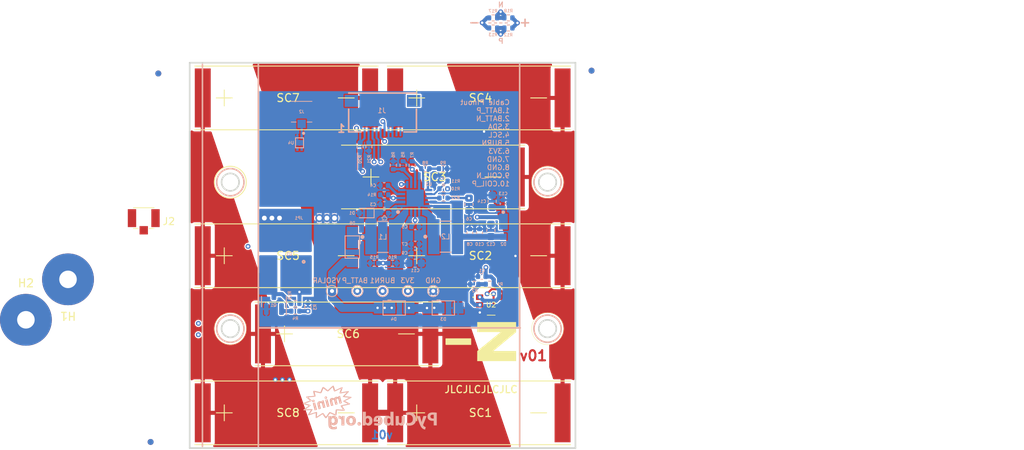
<source format=kicad_pcb>
(kicad_pcb (version 20211014) (generator pcbnew)
  (layers (0 "F.Cu" signal "Top") (1 "In1.Cu" signal) (2 "In2.Cu" signal) (3 "In3.Cu" signal) (4 "In4.Cu" signal) (31 "B.Cu" signal "Bottom") (34 "B.Paste" user) (35 "F.Paste" user) (36 "B.SilkS" user "B.Silkscreen") (37 "F.SilkS" user "F.Silkscreen") (38 "B.Mask" user) (39 "F.Mask" user) (44 "Edge.Cuts" user))
  (net 0 "")
  (net 1 "VSOLAR_FULL")
  (net 2 "+3V3")
  (net 3 "GND")
  (net 4 "SDA1")
  (net 5 "SCL1")
  (net 6 "BURN1")
  (net 7 "BATT_P")
  (net 8 "BATT_N")
  (net 9 "COIL_N")
  (net 10 "/VBAT")
  (net 11 "Net-(L1-Pad2)")
  (net 12 "VOUT_EN")
  (net 13 "VSOLAR")
  (net 14 "VBAT_OK")
  (net 15 "COIL_P")
  (net 16 "Net-(C4-Pad1)")
  (net 17 "Net-(C10-Pad1)")
  (net 18 "Net-(C11-Pad1)")
  (net 19 "Net-(L2-Pad1)")
  (net 20 "Net-(R10-Pad2)")
  (net 21 "Net-(R5-Pad1)")
  (net 22 "Net-(R7-Pad1)")
  (net 23 "Net-(R8-Pad1)")
  (net 24 "Net-(R10-Pad1)")
  (net 25 "Net-(R14-Pad1)")
  (net 26 "/coil")
  (net 27 "Net-(D3-Pad1)")
  (net 28 "Net-(R1-Pad1)")
  (net 30 "/VBURN")
  (net 31 "Net-(Q1-Pad1)")
  (net 32 "Net-(Q1-Pad3)")
  (net 33 "Net-(H1-Pad1)")
  (net 34 "Net-(H2-Pad1)")
  (net 35 "Net-(J2-Pad3)")
  (footprint "SolarCellParts:KXOB25-05X3F" (layer "F.Cu") (at 104.70051 84.429299)
    (fp_text reference "SC1")
    (fp_text value "SolarCell")
  )
  (footprint "SolarCellParts:KXOB25-05X3F" (layer "F.Cu") (at 104.70051 64.7001)
    (fp_text reference "SC2")
    (fp_text value "SolarCell")
  )
  (footprint "SolarCellParts:KXOB25-05X3F" (layer "F.Cu") (at 98.96011 54.8085)
    (fp_text reference "SC3")
    (fp_text value "SolarCell")
  )
  (footprint "SolarCellParts:KXOB25-05X3F" (layer "F.Cu") (at 104.70051 44.879296)
    (fp_text reference "SC4")
    (fp_text value "SolarCell")
  )
  (footprint "SolarCellParts:KXOB25-05X3F" (layer "F.Cu") (at 80.558511 64.7001)
    (fp_text reference "SC5")
    (fp_text value "SolarCell")
  )
  (footprint "SolarCellParts:KXOB25-05X3F" (layer "F.Cu") (at 88.11431 74.5155)
    (fp_text reference "SC6")
    (fp_text value "SolarCell")
  )
  (footprint "SolarCellParts:KXOB25-05X3F" (layer "F.Cu") (at 80.558504 44.879296)
    (fp_text reference "SC7")
    (fp_text value "SolarCell")
  )
  (footprint "SolarCellParts:KXOB25-05X3F" (layer "F.Cu") (at 80.558511 84.429299)
    (fp_text reference "SC8")
    (fp_text value "SolarCell")
  )
  (footprint "Fiducial:Fiducial_0.75mm_Mask1.5mm" (layer "F.Cu") (at 74.9808 41.8084)
    (fp_text reference "REF**" hide)
    (fp_text value "Fiducial_0.75mm_Mask1.5mm")
  )
  (footprint "Fiducial:Fiducial_0.75mm_Mask1.5mm" (layer "F.Cu") (at 74.0156 88.0872)
    (fp_text reference "REF**" hide)
    (fp_text value "Fiducial_0.75mm_Mask1.5mm")
  )
  (footprint "Fiducial:Fiducial_0.75mm_Mask1.5mm" (layer "F.Cu") (at 129.3368 41.4528)
    (fp_text reference "REF**" hide)
    (fp_text value "Fiducial_0.75mm_Mask1.5mm")
  )
  (footprint "misc-circuits:Antenna Pad" (layer "F.Cu") (at 58.3692 72.7456)
    (fp_text reference "H2")
    (fp_text value "MountingHole_Pad")
  )
  (footprint "custom-footprints:ypanel" (layer "F.Cu") (at 116.775111 75.235258)
    (fp_text reference "Ref**" hide)
    (fp_text value "Val**" hide)
  )
  (footprint "misc-circuits:Antenna Pad" (layer "F.Cu") (at 63.6524 67.6656 180)
    (fp_text reference "H1")
    (fp_text value "MountingHole_Pad")
  )
  (footprint "SolarCellParts:Burn-Wire-Rotated" (layer "F.Cu") (at 90.1846 59.9694)
    (fp_text reference "JP1")
    (fp_text value "Jumper")
  )
  (footprint "misc-circuits:TSL2561" (layer "F.Cu") (at 116.74011 70.8596)
    (fp_text reference "U2")
    (fp_text value "Value" hide)
  )
  (footprint "misc-circuits:U.FL-R-SMT-1" (layer "F.Cu") (at 73.1536 59.9744)
    (fp_text reference "J2")
    (fp_text value "U.FL-R-SMT-1" hide)
  )
  (footprint "Resistor_SMD:R_0402_1005Metric" (layer "B.Cu") (at 106.83411 53.338102 -90)
    (fp_text reference "R7")
    (fp_text value "374K")
  )
  (footprint "Capacitor_SMD:C_0402_1005Metric" (layer "B.Cu") (at 114.06511 61.821702 90)
    (fp_text reference "C8")
    (fp_text value "4.7uF")
  )
  (footprint "Resistor_SMD:R_0402_1005Metric" (layer "B.Cu") (at 104.36231 65.636702 180)
    (fp_text reference "R16")
    (fp_text value "0")
  )
  (footprint "Resistor_SMD:R_0402_1005Metric" (layer "B.Cu") (at 103.32581 57.046502 180)
    (fp_text reference "R14")
    (fp_text value "0")
  )
  (footprint "Resistor_SMD:R_0402_1005Metric" (layer "B.Cu") (at 108.47711 53.762202 180)
    (fp_text reference "R8")
    (fp_text value "8.25M")
  )
  (footprint "Resistor_SMD:R_0402_1005Metric" (layer "B.Cu") (at 110.76311 56.284502)
    (fp_text reference "R10")
    (fp_text value "8.25M")
  )
  (footprint "Capacitor_SMD:C_0402_1005Metric" (layer "B.Cu") (at 118.23871 58.1723 90)
    (fp_text reference "C13")
    (fp_text value "0.1uF")
  )
  (footprint "Resistor_SMD:R_0402_1005Metric" (layer "B.Cu") (at 104.46391 53.338102 -90)
    (fp_text reference "R6")
    (fp_text value "5.62M")
  )
  (footprint "Resistor_SMD:R_0402_1005Metric" (layer "B.Cu") (at 105.69111 53.338102 90)
    (fp_text reference "R5")
    (fp_text value "7.32M")
  )
  (footprint "Resistor_SMD:R_0402_1005Metric" (layer "B.Cu") (at 110.71231 53.762202 180)
    (fp_text reference "R9")
    (fp_text value "4.53M")
  )
  (footprint "Resistor_SMD:R_0402_1005Metric" (layer "B.Cu") (at 110.76311 55.319302)
    (fp_text reference "R11")
    (fp_text value "4.75M")
  )
  (footprint "Capacitor_SMD:C_0603_1608Metric" (layer "B.Cu") (at 116.70671 61.516902 90)
    (fp_text reference "C12")
    (fp_text value "100uF")
  )
  (footprint "Diode_SMD:D_SOD-523" (layer "B.Cu") (at 100.90791 59.332502 180)
    (fp_text reference "D1")
    (fp_text value "SDM20U40-7")
  )
  (footprint "Capacitor_SMD:C_0603_1608Metric" (layer "B.Cu") (at 116.86711 57.8675 90)
    (fp_text reference "C14")
    (fp_text value "100uF")
  )
  (footprint "Capacitor_SMD:C_0402_1005Metric" (layer "B.Cu") (at 107.20711 64.361702)
    (fp_text reference "C9")
    (fp_text value "0.1uF")
  )
  (footprint "Capacitor_SMD:C_0603_1608Metric" (layer "B.Cu") (at 113.96351 58.240402 -90)
    (fp_text reference "C6")
    (fp_text value "100uF")
  )
  (footprint "Capacitor_SMD:C_0402_1005Metric" (layer "B.Cu") (at 115.28431 61.821702 90)
    (fp_text reference "C10")
    (fp_text value "0.1uF")
  )
  (footprint "Capacitor_SMD:C_0402_1005Metric" (layer "B.Cu") (at 103.32581 55.878102 180)
    (fp_text reference "C4")
    (fp_text value "10nF")
  )
  (footprint "Capacitor_SMD:C_0603_1608Metric" (layer "B.Cu") (at 107.19931 65.636702)
    (fp_text reference "C11")
    (fp_text value "100uF")
  )
  (footprint "Capacitor_SMD:C_0402_1005Metric" (layer "B.Cu") (at 115.57 67.31)
    (fp_text reference "C1")
    (fp_text value "1.0uF")
  )
  (footprint "Capacitor_SMD:C_0402_1005Metric" (layer "B.Cu") (at 103.34631 59.332502)
    (fp_text reference "C2")
    (fp_text value "0.1uF")
  )
  (footprint "Capacitor_SMD:C_0402_1005Metric" (layer "B.Cu") (at 107.20711 63.244102)
    (fp_text reference "C7")
    (fp_text value "22uF")
  )
  (footprint "misc-circuits:LPS4018" (layer "B.Cu") (at 103.13531 62.334702)
    (fp_text reference "L1")
    (fp_text value "22uH-LPS4018-223MR" hide)
  )
  (footprint "Resistor_SMD:R_0402_1005Metric" (layer "B.Cu") (at 102.07631 65.636702)
    (fp_text reference "R15")
    (fp_text value "0")
  )
  (footprint "Capacitor_SMD:C_0402_1005Metric" (layer "B.Cu") (at 103.32581 58.265702 180)
    (fp_text reference "C3")
    (fp_text value "4.7uF")
  )
  (footprint "misc-circuits:LPS4018" (layer "B.Cu") (at 111.02455 62.301682)
    (fp_text reference "L2")
    (fp_text value "10uH-LPS4018-103MR" hide)
  )
  (footprint "Capacitor_SMD:C_0402_1005Metric" (layer "B.Cu") (at 107.20711 61.059702)
    (fp_text reference "C5")
    (fp_text value "0.1uF")
  )
  (footprint "misc-circuits:XF2M-1015-1A" (layer "B.Cu") (at 103.11555 49.145267)
    (fp_text reference "J1")
    (fp_text value "XF2M-1015-1A" hide)
  )
  (footprint "Resistor_SMD:R_0402_1005Metric" (layer "B.Cu") (at 116.9924 36.0934)
    (fp_text reference "R13")
    (fp_text value "0")
  )
  (footprint "Resistor_SMD:R_0402_1005Metric" (layer "B.Cu") (at 118.8974 36.0934)
    (fp_text reference "R12")
    (fp_text value "0")
  )
  (footprint "Resistor_SMD:R_0402_1005Metric" (layer "B.Cu") (at 114.6302 68.28089)
    (fp_text reference "R2")
    (fp_text value "0")
  )
  (footprint "Resistor_SMD:R_0402_1005Metric" (layer "B.Cu") (at 101.39851 51.0095 -90)
    (fp_text reference "R21")
    (fp_text value "0")
  )
  (footprint "Resistor_SMD:R_0402_1005Metric" (layer "B.Cu") (at 110.763101 57.452895)
    (fp_text reference "R22")
    (fp_text value "0")
  )
  (footprint "misc-circuits:MICROSMP" (layer "B.Cu") (at 118.28151 61.059702 -90)
    (fp_text reference "D2")
    (fp_text value "MSS1P4-M3_89A" hide)
  )
  (footprint "Resistor_SMD:R_0402_1005Metric" (layer "B.Cu") (at 100.30631 51.0095 -90)
    (fp_text reference "R20")
    (fp_text value "0")
  )
  (footprint "Fiducial:Fiducial_0.75mm_Mask1.5mm" (layer "B.Cu") (at 129.3368 41.4528)
    (fp_text reference "REF**" hide)
    (fp_text value "Fiducial_0.75mm_Mask1.5mm")
  )
  (footprint "Fiducial:Fiducial_0.75mm_Mask1.5mm" (layer "B.Cu") (at 74.9808 41.8084)
    (fp_text reference "REF**" hide)
    (fp_text value "Fiducial_0.75mm_Mask1.5mm")
  )
  (footprint "Fiducial:Fiducial_0.75mm_Mask1.5mm" (layer "B.Cu") (at 74.0156 88.0872)
    (fp_text reference "REF**" hide)
    (fp_text value "Fiducial_0.75mm_Mask1.5mm")
  )
  (footprint "TestPoint:TestPoint_THTPad_D1.0mm_Drill0.5mm" (layer "B.Cu") (at 106.299 69.1324 180)
    (fp_text reference "TP3" hide)
    (fp_text value "TP")
  )
  (footprint "SolarCellParts:SB Diode" (layer "B.Cu") (at 104.576 71.266)
    (fp_text reference "D4")
    (fp_text value "SBDiode")
  )
  (footprint "SolarCellParts:SB Diode" (layer "B.Cu") (at 99.31961 63.604702 -90)
    (fp_text reference "D5")
    (fp_text value "SBDiode")
  )
  (footprint "Resistor_SMD:R_0402_1005Metric" (layer "B.Cu") (at 92.1766 71.6598)
    (fp_text reference "R4")
    (fp_text value "4.7k")
  )
  (footprint "misc-circuits:NDS8434" (layer "B.Cu") (at 91.4146 64.4652 180)
    (fp_text reference "U1")
    (fp_text value "NDS8434" hide)
  )
  (footprint "TestPoint:TestPoint_THTPad_D1.0mm_Drill0.5mm" (layer "B.Cu") (at 99.94729 69.1324 180)
    (fp_text reference "TP5" hide)
    (fp_text value "TP")
  )
  (footprint "Resistor_SMD:R_0402_1005Metric" (layer "B.Cu") (at 93.7514 71.1518 90)
    (fp_text reference "R3")
    (fp_text value "10k")
  )
  (footprint "TestPoint:TestPoint_THTPad_D1.0mm_Drill0.5mm" (layer "B.Cu") (at 103.124 69.1324 180)
    (fp_text reference "TP4" hide)
    (fp_text value "TP")
  )
  (footprint "Resistor_SMD:R_0402_1005Metric" (layer "B.Cu") (at 116.5606 68.2752)
    (fp_text reference "R1")
    (fp_text value "0")
  )
  (footprint "TestPoint:TestPoint_THTPad_D1.0mm_Drill0.5mm" (layer "B.Cu") (at 109.47229 69.1324 180)
    (fp_text reference "TP2" hide)
    (fp_text value "TP")
  )
  (footprint "custom-footprints:pycubed_mini_logo" (layer "B.Cu") (at 94.708119 83.258848 180)
    (fp_text reference "Ref**" hide)
    (fp_text value "Val**" hide)
  )
  (footprint "Resistor_SMD:R_0402_1005Metric" (layer "B.Cu") (at 116.9924 34.8234 180)
    (fp_text reference "R17")
    (fp_text value "0")
  )
  (footprint "Resistor_SMD:R_0402_1005Metric" (layer "B.Cu") (at 118.8974 34.8234 180)
    (fp_text reference "R18")
    (fp_text value "0")
  )
  (footprint "SolarCellParts:SB Diode" (layer "B.Cu") (at 110.742 71.266)
    (fp_text reference "D3")
    (fp_text value "MSS1P4-M3_89A")
  )
  (footprint "misc-circuits:QFN50P350X350X100-21N-D" (layer "B.Cu") (at 107.20711 57.452902)
    (fp_text reference "U3")
    (fp_text value "Value" hide)
  )
  (footprint "Package_TO_SOT_SMD:SOT-23" (layer "B.Cu") (at 89.4842 70.4596 90)
    (fp_text reference "Q1")
    (fp_text value "IRLML2803")
  )
  (footprint "misc-circuits:TTB12G51-balun" (layer "B.Cu") (at 92.699862 50.520318 90)
    (fp_text reference "U4")
    (fp_text value "TTB12G51-Balun")
  )
  (footprint "misc-circuits:U.FL-R-SMT-1" (layer "B.Cu") (at 92.964 46.609 180)
    (fp_text reference "J2")
    (fp_text value "U.FL-R-SMT-1" hide)
  )
  (footprint "TestPoint:TestPoint_THTPad_D1.0mm_Drill0.5mm" (layer "B.Cu") (at 96.77229 69.1324 180)
    (fp_text reference "TP1" hide)
    (fp_text value "TP")
  )
  (footprint "Resistor_SMD:R_0402_1005Metric" (layer "B.Cu") (at 92.1766 70.6946)
    (fp_text reference "R19")
    (fp_text value "100k")
  )
  (gr_line (start 117.7925 35.4584) (end 118.11 35.4584) (layer "B.SilkS") (width 0.12))
  (gr_line (start 118.8085 35.4584) (end 118.491 35.4584) (layer "B.SilkS") (width 0.12))
  (gr_line (start 120.318507 40.659) (end 120.318507 88.665) (layer "B.SilkS") (width 0.2))
  (gr_line (start 117.4369 35.4584) (end 117.1194 35.4584) (layer "B.SilkS") (width 0.12))
  (gr_line (start 80.51851 88.646) (end 80.51851 40.659) (layer "B.SilkS") (width 0.2))
  (gr_line (start 120.39651 73.7615) (end 87.63051 73.7615) (layer "B.SilkS") (width 0.2))
  (gr_circle (center 84.018503 73.861499) (end 85.728503 73.861499) (layer "B.SilkS") (width 0.2) (fill none))
  (gr_circle (center 123.8185 73.861499) (end 125.5285 73.861499) (layer "B.SilkS") (width 0.2) (fill none))
  (gr_circle (center 84.018503 55.461485) (end 85.728503 55.461485) (layer "B.SilkS") (width 0.2) (fill none))
  (gr_line (start 116.4209 35.4584) (end 116.7384 35.4584) (layer "B.SilkS") (width 0.12))
  (gr_line (start 87.53011 40.64) (end 87.53011 88.665) (layer "B.SilkS") (width 0.2))
  (gr_circle (center 123.8185 55.461485) (end 125.5285 55.461485) (layer "B.SilkS") (width 0.2) (fill none))
  (gr_circle (center 123.82011 55.4635) (end 125.82011 55.4635) (layer "F.SilkS") (width 0.05) (fill none))
  (gr_circle (center 123.82011 73.8635) (end 125.82011 73.8635) (layer "F.SilkS") (width 0.05) (fill none))
  (gr_circle (center 84.02011 73.8635) (end 86.02011 73.8635) (layer "F.SilkS") (width 0.05) (fill none))
  (gr_circle (center 84.02011 55.4635) (end 86.02011 55.4635) (layer "F.SilkS") (width 0.12) (fill none))
  (gr_circle (center 84.01511 55.4545) (end 82.91511 55.4545) (layer "Edge.Cuts") (width 0.2) (fill none))
  (gr_line (start 127.31511 40.4545) (end 127.31511 88.8545) (layer "Edge.Cuts") (width 0.2))
  (gr_line (start 127.31511 88.8545) (end 78.91511 88.8545) (layer "Edge.Cuts") (width 0.2))
  (gr_circle (center 84.01511 73.8545) (end 82.91511 73.8545) (layer "Edge.Cuts") (width 0.2) (fill none))
  (gr_line (start 78.91511 88.8545) (end 78.91511 40.4545) (layer "Edge.Cuts") (width 0.2))
  (gr_line (start 78.91511 40.4545) (end 127.31511 40.4545) (layer "Edge.Cuts") (width 0.2))
  (gr_circle (center 123.815113 73.854489) (end 124.915113 73.854489) (layer "Edge.Cuts") (width 0.2) (fill none))
  (gr_circle (center 123.81511 55.4545) (end 122.71511 55.4545) (layer "Edge.Cuts") (width 0.2) (fill none))
  (gr_text "v01" (at 122.04871 77.2604) (layer "F.Cu") (effects (font (size 1.27 1.27) (thickness 0.254))))
  (gr_text "v01" (at 103.02411 87.2045) (layer "B.Cu") (effects (font (size 1.016 1.016) (thickness 0.2032)) (justify mirror)))
  (gr_text "3V3" (at 107.188 67.818) (layer "B.SilkS") (effects (font (size 0.635 0.635) (thickness 0.1016)) (justify left mirror)))
  (gr_text "+" (at 120.9929 35.3568) (layer "B.SilkS") (effects (font (size 1.143 1.143) (thickness 0.2032)) (justify mirror)))
  (gr_text "-" (at 114.6429 35.3568) (layer "B.SilkS") (effects (font (size 1.143 1.143) (thickness 0.2032)) (justify mirror)))
  (gr_text "GND" (at 110.49 67.818) (layer "B.SilkS") (effects (font (size 0.635 0.635) (thickness 0.1016)) (justify left mirror)))
  (gr_text "P" (at 117.95765 37.7444) (layer "B.SilkS") (effects (font (size 0.635 0.635) (thickness 0.127)) (justify mirror)))
  (gr_text "N" (at 117.95765 33.1724) (layer "B.SilkS") (effects (font (size 0.635 0.635) (thickness 0.127)) (justify mirror)))
  (gr_text "BATT_P" (at 101.346 67.818) (layer "B.SilkS") (effects (font (size 0.635 0.635) (thickness 0.1016)) (justify left mirror)))
  (gr_text "Cable Pinout\n1.BATT_P\n2.BATT_N\n3.SDA\n4.SCL\n5.BURN\n6.3V3\n7.GND\n8.GND\n9.COIL_N\n10.COIL_P\n" (at 119.126 50.546) (layer "B.SilkS") (effects (font (size 0.635 0.635) (thickness 0.1016)) (justify left mirror)))
  (gr_text "1" (at 97.94411 48.7235) (layer "B.SilkS") (effects (font (size 1.016 1.016) (thickness 0.2032)) (justify mirror)))
  (gr_text "VSOLAR" (at 97.917 67.818) (layer "B.SilkS") (effects (font (size 0.635 0.635) (thickness 0.1016)) (justify left mirror)))
  (gr_text "BURN1" (at 104.775 67.818) (layer "B.SilkS") (effects (font (size 0.635 0.635) (thickness 0.1016)) (justify left mirror)))
  (gr_text "JLCJLCJLCJLC" (at 115.47011 81.4895) (layer "F.SilkS") (effects (font (size 0.889 0.889))))
  (via (at 103.378 71.247) (size 0.6) (drill 0.3) (layers "F.Cu" "B.Cu") (net 1))
  (via (at 91.44 80.264) (size 0.6) (drill 0.3) (layers "F.Cu" "B.Cu") (net 1))
  (via (at 104.267 71.247) (size 0.6) (drill 0.3) (layers "F.Cu" "B.Cu") (net 1))
  (via (at 90.551 80.264) (size 0.6) (drill 0.3) (layers "F.Cu" "B.Cu") (net 1))
  (via (at 89.662 80.264) (size 0.6) (drill 0.3) (layers "F.Cu" "B.Cu") (net 1))
  (via (at 102.489 71.247) (size 0.6) (drill 0.3) (layers "F.Cu" "B.Cu") (net 1))
  (segment (start 96.77229 69.1324) (end 96.77229 66.93071) (width 1.016) (layer "B.Cu") (net 1))
  (segment (start 98.044 71.247) (end 96.77229 69.97529) (width 1.016) (layer "B.Cu") (net 1))
  (segment (start 96.77229 66.93071) (end 98.248298 65.454702) (width 1.016) (layer "B.Cu") (net 1))
  (segment (start 98.248298 65.454702) (end 99.31961 65.454702) (width 1.016) (layer "B.Cu") (net 1))
  (segment (start 96.77229 69.97529) (end 96.77229 69.1324) (width 1.016) (layer "B.Cu") (net 1))
  (segment (start 104.267 71.247) (end 98.044 71.247) (width 1.016) (layer "B.Cu") (net 1))
  (via (at 116.078 66.167) (size 0.6) (drill 0.3) (layers "F.Cu" "B.Cu") (net 2))
  (via (at 115.31771 69.8944) (size 0.6) (drill 0.3) (layers "F.Cu" "B.Cu") (net 2))
  (via (at 114.99691 59.848302) (size 0.6) (drill 0.3) (layers "F.Cu" "B.Cu") (net 2))
  (via (at 103.15111 47.8345) (size 0.6) (drill 0.3) (layers "F.Cu" "B.Cu") (net 2))
  (segment (start 114.99691 59.848302) (end 117.72011 59.848302) (width 0.508) (layer "B.Cu") (net 2))
  (segment (start 116.713 67.31) (end 117.0706 67.6676) (width 0.508) (layer "B.Cu") (net 2))
  (segment (start 117.750821 69.955179) (end 117.750821 68.955421) (width 0.508) (layer "B.Cu") (net 2))
  (segment (start 116.05 66.195) (end 116.078 66.167) (width 0.508) (layer "B.Cu") (net 2))
  (segment (start 116.05 67.31) (end 116.05 66.195) (width 0.508) (layer "B.Cu") (net 2))
  (segment (start 118.28151 58.6951) (end 118.23871 58.6523) (width 0.508) (layer "B.Cu") (net 2))
  (segment (start 118.23871 58.6523) (end 116.87691 58.6523) (width 0.508) (layer "B.Cu") (net 2))
  (segment (start 117.72011 59.848302) (end 118.28151 60.409702) (width 0.508) (layer "B.Cu") (net 2))
  (segment (start 117.0706 67.6676) (end 117.0706 68.2752) (width 0.508) (layer "B.Cu") (net 2))
  (segment (start 116.05 67.31) (end 116.713 67.31) (width 0.508) (layer "B.Cu") (net 2))
  (segment (start 117.348 70.358) (end 117.750821 69.955179) (width 0.508) (layer "B.Cu") (net 2))
  (segment (start 117.750821 68.955421) (end 117.0706 68.2752) (width 0.508) (layer "B.Cu") (net 2))
  (segment (start 115.80631 70.358) (end 117.348 70.358) (width 0.508) (layer "B.Cu") (net 2))
  (segment (start 115.34271 69.8944) (end 115.80631 70.358) (width 0.508) (layer "B.Cu") (net 2))
  (segment (start 103.36555 49.145267) (end 103.36555 48.04894) (width 0.254) (layer "B.Cu") (net 2))
  (segment (start 118.28151 60.409702) (end 118.28151 58.6951) (width 0.508) (layer "B.Cu") (net 2))
  (segment (start 115.31771 69.8944) (end 115.34271 69.8944) (width 0.508) (layer "B.Cu") (net 2))
  (segment (start 103.36555 48.04894) (end 103.15111 47.8345) (width 0.254) (layer "B.Cu") (net 2))
  (via (at 115.85111 49.1045) (size 0.6) (drill 0.3) (layers "F.Cu" "B.Cu") (net 3))
  (via (at 119.78811 64.7255) (size 0.6) (drill 0.3) (layers "F.Cu" "B.Cu") (net 3))
  (via (at 115.31771 71.8248) (size 0.6) (drill 0.3) (layers "F.Cu" "B.Cu") (net 3))
  (segment (start 105.229012 56.452902) (end 104.80211 56.026) (width 0.254) (layer "B.Cu") (net 3))
  (segment (start 106.210621 58.449391) (end 107.20711 57.452902) (width 0.2032) (layer "B.Cu") (net 3))
  (segment (start 108.203599 58.449391) (end 107.20711 57.452902) (width 0.2032) (layer "B.Cu") (net 3))
  (segment (start 108.903599 58.449391) (end 108.203599 58.449391) (width 0.2032) (layer "B.Cu") (net 3))
  (segment (start 107.70711 55.752902) (end 107.70711 56.952902) (width 0.3048) (layer "B.Cu") (net 3))
  (segment (start 105.50711 56.452902) (end 106.20711 56.452902) (width 0.1524) (layer "B.Cu") (net 3))
  (segment (start 105.510621 58.449391) (end 106.210621 58.449391) (width 0.2032) (layer "B.Cu") (net 3))
  (segment (start 106.20711 56.452902) (end 107.20711 57.452902) (width 0.1524) (layer "B.Cu") (net 3))
  (segment (start 107.70711 59.152902) (end 107.70711 57.952902) (width 0.3048) (layer "B.Cu") (net 3))
  (segment (start 117.793599 68.909089) (end 118.19011 69.3056) (width 0.254) (layer "F.Cu") (net 4))
  (segment (start 116.23211 69.482095) (end 116.805116 68.909089) (width 0.254) (layer "F.Cu") (net 4))
  (segment (start 116.23211 69.488) (end 116.23211 69.482095) (width 0.254) (layer "F.Cu") (net 4))
  (segment (start 116.805116 68.909089) (end 117.793599 68.909089) (width 0.254) (layer "F.Cu") (net 4))
  (segment (start 118.19011 69.3056) (end 118.19011 69.9096) (width 0.254) (layer "F.Cu") (net 4))
  (via (at 102.05891 52.9145) (size 0.6) (drill 0.3) (layers "F.Cu" "B.Cu") (net 4))
  (via (at 116.23211 69.488) (size 0.6) (drill 0.3) (layers "F.Cu" "B.Cu") (net 4))
  (segment (start 101.86555 49.964811) (end 101.86555 49.145267) (width 0.254) (layer "B.Cu") (net 4))
  (segment (start 102.05891 52.9145) (end 102.05891 50.158171) (width 0.254) (layer "B.Cu") (net 4))
  (segment (start 102.05891 50.158171) (end 101.86555 49.964811) (width 0.254) (layer "B.Cu") (net 4))
  (segment (start 117.38531 71.8096) (end 118.19011 71.8096) (width 0.254) (layer "F.Cu") (net 5))
  (segment (start 117.04491 69.488) (end 117.04491 71.4692) (width 0.254) (layer "F.Cu") (net 5))
  (segment (start 117.04491 71.4692) (end 117.38531 71.8096) (width 0.254) (layer "F.Cu") (net 5))
  (via (at 117.04491 69.488) (size 0.6) (drill 0.3) (layers "F.Cu" "B.Cu") (net 5))
  (via (at 102.89711 52.9145) (size 0.6) (drill 0.3) (layers "F.Cu" "B.Cu") (net 5))
  (segment (start 102.36555 49.145267) (end 102.36555 49.890753) (width 0.254) (layer "B.Cu") (net 5))
  (segment (start 102.616 50.141203) (end 102.616 52.63339) (width 0.254) (layer "B.Cu") (net 5))
  (segment (start 102.616 52.63339) (end 102.89711 52.9145) (width 0.254) (layer "B.Cu") (net 5))
  (segment (start 102.36555 49.890753) (end 102.616 50.141203) (width 0.254) (layer "B.Cu") (net 5))
  (via (at 103.378 50.3428) (size 0.6) (drill 0.3) (layers "F.Cu" "B.Cu") (net 6))
  (via (at 93.7494 71.6598) (size 0.6) (drill 0.3) (layers "F.Cu" "B.Cu") (net 6))
  (segment (start 92.6866 71.6598) (end 93.7494 71.6598) (width 0.508) (layer "B.Cu") (net 6))
  (segment (start 103.378 50.329146) (end 102.86555 49.816696) (width 0.254) (layer "B.Cu") (net 6))
  (segment (start 103.378 50.3428) (end 103.378 50.329146) (width 0.254) (layer "B.Cu") (net 6))
  (segment (start 102.86555 49.816696) (end 102.86555 49.145267) (width 0.254) (layer "B.Cu") (net 6))
  (segment (start 93.7494 71.6598) (end 93.7514 71.6618) (width 0.508) (layer "B.Cu") (net 6))
  (via (at 92.6866 69.24411) (size 0.6) (drill 0.3) (layers "F.Cu" "B.Cu") (net 7))
  (via (at 99.84911 48.66) (size 0.6) (drill 0.3) (layers "F.Cu" "B.Cu") (net 7))
  (segment (start 100.30631 49.1172) (end 99.84911 48.66) (width 0.254) (layer "B.Cu") (net 7))
  (segment (start 100.86555 49.94026) (end 100.30631 50.4995) (width 0.254) (layer "B.Cu") (net 7))
  (segment (start 100.30631 50.4995) (end 100.30631 49.1172) (width 0.254) (layer "B.Cu") (net 7))
  (segment (start 100.86555 49.145267) (end 100.86555 49.94026) (width 0.254) (layer "B.Cu") (net 7))
  (segment (start 92.6866 70.6946) (end 92.6866 69.24411) (width 0.508) (layer "B.Cu") (net 7))
  (segment (start 101.36555 49.145267) (end 101.36555 50.46654) (width 0.254) (layer "B.Cu") (net 8))
  (via (at 117.9322 34.0614) (size 0.6) (drill 0.3) (layers "F.Cu" "B.Cu") (net 9))
  (segment (start 118.3874 34.8234) (end 118.3874 34.5166) (width 0.508) (layer "B.Cu") (net 9))
  (segment (start 117.5024 34.8234) (end 117.5024 34.4912) (width 0.508) (layer "B.Cu") (net 9))
  (segment (start 118.3874 34.5166) (end 117.9322 34.0614) (width 0.508) (layer "B.Cu") (net 9))
  (segment (start 117.5024 34.4912) (end 117.9322 34.0614) (width 0.508) (layer "B.Cu") (net 9))
  (segment (start 117.5024 34.8234) (end 118.3874 34.8234) (width 0.508) (layer "B.Cu") (net 9))
  (via (at 107.20711 60.246902) (size 0.6) (drill 0.3) (layers "F.Cu" "B.Cu") (net 10))
  (via (at 100.6094 54.102) (size 0.6) (drill 0.3) (layers "F.Cu" "B.Cu") (net 10))
  (segment (start 107.20711 59.152902) (end 107.20711 60.246902) (width 0.29972) (layer "B.Cu") (net 10))
  (segment (start 107.20711 60.602502) (end 106.74991 61.059702) (width 0.3048) (layer "B.Cu") (net 10))
  (segment (start 100.30631 53.79891) (end 100.30631 51.5195) (width 0.508) (layer "B.Cu") (net 10))
  (segment (start 107.20711 60.246902) (end 107.20711 60.602502) (width 0.3048) (layer "B.Cu") (net 10))
  (segment (start 100.6094 54.102) (end 100.30631 53.79891) (width 0.508) (layer "B.Cu") (net 10))
  (via (at 105.47991 55.725702) (size 0.6) (drill 0.3) (layers "F.Cu" "B.Cu") (net 12))
  (via (at 113.95551 57.460702) (size 0.6) (drill 0.3) (layers "F.Cu" "B.Cu") (net 12))
  (segment (start 105.47991 55.725702) (end 106.17991 55.725702) (width 0.3048) (layer "B.Cu") (net 12))
  (segment (start 106.17991 55.725702) (end 106.20711 55.752902) (width 0.3048) (layer "B.Cu") (net 12))
  (segment (start 113.94771 57.452902) (end 111.24811 57.452902) (width 0.3048) (layer "B.Cu") (net 12))
  (segment (start 103.81081 58.016502) (end 103.81081 58.270702) (width 0.29972) (layer "B.Cu") (net 13))
  (segment (start 102.84081 57.046502) (end 103.81081 58.016502) (width 0.29972) (layer "B.Cu") (net 13))
  (segment (start 101.65576 62.334702) (end 99.38961 62.334702) (width 0.762) (layer "B.Cu") (net 13))
  (segment (start 108.90711 57.452902) (end 110.27811 57.452902) (width 0.3048) (layer "B.Cu") (net 14))
  (via (at 117.9322 36.8808) (size 0.6) (drill 0.3) (layers "F.Cu" "B.Cu") (net 15))
  (segment (start 117.5024 36.0934) (end 117.5024 36.451) (width 0.508) (layer "B.Cu") (net 15))
  (segment (start 118.3874 36.0934) (end 118.3874 36.4256) (width 0.508) (layer "B.Cu") (net 15))
  (segment (start 117.5024 36.451) (end 117.9322 36.8808) (width 0.508) (layer "B.Cu") (net 15))
  (segment (start 117.5024 36.0934) (end 118.3874 36.0934) (width 0.508) (layer "B.Cu") (net 15))
  (segment (start 118.3874 36.4256) (end 117.9322 36.8808) (width 0.508) (layer "B.Cu") (net 15))
  (segment (start 105.50711 56.952902) (end 104.90601 56.952902) (width 0.3048) (layer "B.Cu") (net 16))
  (segment (start 104.90601 56.952902) (end 103.81081 55.857702) (width 0.3048) (layer "B.Cu") (net 16))
  (segment (start 118.28151 62.309702) (end 112.51212 62.309702) (width 0.762) (layer "B.Cu") (net 17))
  (via (at 106.83411 53.8416) (size 0.6) (drill 0.3) (layers "F.Cu" "B.Cu") (net 20))
  (via (at 111.26311 56.304602) (size 0.6) (drill 0.3) (layers "F.Cu" "B.Cu") (net 20))
  (segment (start 106.83411 53.8416) (end 105.825212 52.832702) (width 0.29972) (layer "B.Cu") (net 20))
  (segment (start 107.20711 54.2146) (end 107.20711 55.752902) (width 0.29972) (layer "B.Cu") (net 20))
  (segment (start 106.83411 53.8416) (end 107.20711 54.2146) (width 0.29972) (layer "B.Cu") (net 20))
  (segment (start 106.70711 54.883) (end 105.647212 53.823102) (width 0.29972) (layer "B.Cu") (net 21))
  (segment (start 106.70711 55.756998) (end 106.70711 54.883) (width 0.29972) (layer "B.Cu") (net 21))
  (segment (start 105.647212 53.823102) (end 104.46391 53.823102) (width 0.29972) (layer "B.Cu") (net 21))
  (segment (start 108.20711 54.002202) (end 107.03301 52.828102) (width 0.29972) (layer "B.Cu") (net 22))
  (segment (start 107.03301 52.828102) (end 106.83411 52.828102) (width 0.29972) (layer "B.Cu") (net 22))
  (segment (start 108.20711 55.752902) (end 108.20711 54.002202) (width 0.29972) (layer "B.Cu") (net 22))
  (segment (start 108.805589 53.910923) (end 108.95431 53.762202) (width 0.29972) (layer "B.Cu") (net 23))
  (segment (start 108.90711 56.452902) (end 108.805589 56.351381) (width 0.29972) (layer "B.Cu") (net 23))
  (segment (start 108.805589 56.351381) (end 108.805589 53.910923) (width 0.29972) (layer "B.Cu") (net 23))
  (segment (start 108.95431 53.762202) (end 110.22731 53.762202) (width 0.29972) (layer "B.Cu") (net 23))
  (segment (start 111.24031 55.332202) (end 110.27031 56.302202) (width 0.2286) (layer "B.Cu") (net 24))
  (segment (start 109.600154 56.972358) (end 110.27031 56.302202) (width 0.2286) (layer "B.Cu") (net 24))
  (segment (start 108.92247 56.972358) (end 109.600154 56.972358) (width 0.2286) (layer "B.Cu") (net 24))
  (via (at 104.46391 57.452902) (size 0.6) (drill 0.3) (layers "F.Cu" "B.Cu") (net 25))
  (via (at 103.17651 65.6272) (size 0.6) (drill 0.3) (layers "F.Cu" "B.Cu") (net 25))
  (segment (start 105.50711 57.452902) (end 104.46391 57.452902) (width 0.3048) (layer "B.Cu") (net 25))
  (segment (start 104.46391 57.452902) (end 104.21721 57.452902) (width 0.3048) (layer "B.Cu") (net 25))
  (segment (start 104.21721 57.452902) (end 103.81081 57.046502) (width 0.3048) (layer "B.Cu") (net 25))
  (segment (start 103.17651 65.6272) (end 103.186012 65.636702) (width 0.508) (layer "B.Cu") (net 25))
  (segment (start 103.186012 65.636702) (end 103.85231 65.636702) (width 0.508) (layer "B.Cu") (net 25))
  (segment (start 102.58631 65.636702) (end 103.167008 65.636702) (width 0.508) (layer "B.Cu") (net 25))
  (segment (start 103.167008 65.636702) (end 103.17651 65.6272) (width 0.508) (layer "B.Cu") (net 25))
  (via (at 86.233 63.5254) (size 0.6) (drill 0.3) (layers "F.Cu" "B.Cu") (net 26))
  (via (at 115.61445 35.433) (size 0.6) (drill 0.3) (layers "F.Cu" "B.Cu") (net 26))
  (via (at 80.011702 73.196399) (size 0.6) (drill 0.3) (layers "F.Cu" "B.Cu") (net 26))
  (via (at 120.03405 35.4584) (size 0.6) (drill 0.3) (layers "F.Cu" "B.Cu") (net 26))
  (via (at 80.00299 74.6252) (size 0.6) (drill 0.3) (layers "F.Cu" "B.Cu") (net 26))
  (segment (start 116.4824 34.8234) (end 116.22405 34.8234) (width 0.508) (layer "B.Cu") (net 26))
  (segment (start 116.27485 36.0934) (end 115.61445 35.433) (width 0.508) (layer "B.Cu") (net 26))
  (segment (start 120.03405 35.4584) (end 119.4074 34.83175) (width 0.508) (layer "B.Cu") (net 26))
  (segment (start 120.03405 35.4584) (end 119.4074 36.08505) (width 0.508) (layer "B.Cu") (net 26))
  (segment (start 116.22405 34.8234) (end 115.61445 35.433) (width 0.508) (layer "B.Cu") (net 26))
  (segment (start 116.4824 36.0934) (end 116.27485 36.0934) (width 0.508) (layer "B.Cu") (net 26))
  (segment (start 101.558504 44.879296) (end 104.70051 44.879296) (width 0.762) (layer "F.Cu") (net 27))
  (segment (start 101.558511 84.429299) (end 104.70051 84.429299) (width 0.762) (layer "F.Cu") (net 27))
  (segment (start 104.70051 64.7001) (end 101.558511 64.7001) (width 0.762) (layer "F.Cu") (net 27))
  (via (at 106.426 71.266) (size 0.6) (drill 0.3) (layers "F.Cu" "B.Cu") (net 27))
  (via (at 109.601 71.247) (size 0.6) (drill 0.3) (layers "F.Cu" "B.Cu") (net 27))
  (via (at 108.68631 71.266) (size 0.6) (drill 0.3) (layers "F.Cu" "B.Cu") (net 27))
  (segment (start 106.426 71.266) (end 109.542 71.266) (width 1.016) (layer "B.Cu") (net 27))
  (via (at 115.316 70.866) (size 0.6) (drill 0.3) (layers "F.Cu" "B.Cu") (net 28))
  (segment (start 114.3 70.485) (end 114.3 69.342) (width 0.508) (layer "B.Cu") (net 28))
  (segment (start 115.316 70.866) (end 114.681 70.866) (width 0.508) (layer "B.Cu") (net 28))
  (segment (start 115.14589 68.2752) (end 115.1402 68.28089) (width 0.508) (layer "B.Cu") (net 28))
  (segment (start 114.3 69.342) (end 115.1402 68.5018) (width 0.508) (layer "B.Cu") (net 28))
  (segment (start 115.1402 68.5018) (end 115.1402 68.28089) (width 0.508) (layer "B.Cu") (net 28))
  (segment (start 114.681 70.866) (end 114.3 70.485) (width 0.508) (layer "B.Cu") (net 28))
  (segment (start 116.0506 68.2752) (end 115.14589 68.2752) (width 0.508) (layer "B.Cu") (net 28))
  (segment (start 90.6969 71.6598) (end 90.4342 71.3971) (width 0.508) (layer "B.Cu") (net 31))
  (segment (start 91.6666 71.6598) (end 90.6969 71.6598) (width 0.508) (layer "B.Cu") (net 31))
  (segment (start 89.4842 69.5221) (end 89.4842 67.1068) (width 0.508) (layer "B.Cu") (net 32))
  (segment (start 89.4842 67.1068) (end 89.5096 67.0814) (width 0.508) (layer "B.Cu") (net 32))
  (segment (start 90.4941 69.5221) (end 89.4842 69.5221) (width 0.508) (layer "B.Cu") (net 32))
  (segment (start 91.6666 70.6946) (end 90.4941 69.5221) (width 0.508) (layer "B.Cu") (net 32))
  (segment (start 92.974862 48.144862) (end 92.964 48.134) (width 0.3048) (layer "B.Cu") (net 35))
  (segment (start 92.974862 49.770318) (end 92.974862 48.144862) (width 0.3048) (layer "B.Cu") (net 35))
  (zone (net 3) (net_name "GND") (layer "F.Cu") (connect_pads (clearance 0.127)) (min_thickness 0.254) (fill yes (thermal_gap 0.508) (thermal_bridge_width 0.508))
    (polygon (pts (xy 127.53511 89.1095) (xy 111.02511 40.2145) (xy 127.53511 40.2145)))
  )
  (zone (net 1) (net_name "VSOLAR_FULL") (layer "F.Cu") (connect_pads (clearance 0.127)) (min_thickness 0.254) (fill yes (thermal_gap 0.508) (thermal_bridge_width 0.508))
    (polygon (pts (xy 78.645898 40.2145) (xy 95.155898 89.1095) (xy 78.645898 89.1095)))
  )
  (zone (net 0) (net_name "") (layers F&B.Cu) (connect_pads (clearance 0)) (min_thickness 0.254)
    (keepout (tracks not_allowed) (vias not_allowed) (pads not_allowed) (copperpour not_allowed) (footprints not_allowed))
    (fill (thermal_gap 0.508) (thermal_bridge_width 0.508))
    (polygon (pts (xy 86.025219 55.4635) (xy 86.005215 55.180978) (xy 85.945604 54.904092) (xy 85.847573 54.638369) (xy 85.71308 54.389109) (xy 85.544807 54.161286) (xy 85.346112 53.959446) (xy 85.120961 53.787615) (xy 84.873844 53.649223) (xy 84.609693 53.547031) (xy 84.333778 53.483077) (xy 84.051605 53.458638) (xy 83.768803 53.474202) (xy 83.491016 53.529457) (xy 83.223785 53.623302) (xy 82.972443 53.753864) (xy 82.742005 53.918537) (xy 82.537069 54.114037) (xy 82.361723 54.336462) (xy 82.219467 54.581374) (xy 82.113138 54.843887) (xy 82.044858 55.118763) (xy 82.01599 55.400518) (xy 82.02711 55.683529) (xy 82.077995 55.96215) (xy 82.167631 56.230822) (xy 82.294228 56.484184) (xy 82.455262 56.71718) (xy 82.647518 56.925162) (xy 82.867162 57.103979) (xy 83.10981 57.250065) (xy 83.37062 57.360504) (xy 83.64439 57.433093) (xy 83.925656 57.466383) (xy 84.208807 57.45971) (xy 84.488193 57.413208) (xy 84.75824 57.327803) (xy 85.013559 57.205201) (xy 85.249055 57.047847) (xy 85.460032 56.858881) (xy 85.642277 56.642073) (xy 85.792156 56.40175) (xy 85.906678 56.142706) (xy 85.983558 55.870111) (xy 86.021262 55.589402)))
  )
  (zone (net 0) (net_name "") (layers F&B.Cu) (connect_pads (clearance 0)) (min_thickness 0.254)
    (keepout (tracks not_allowed) (vias not_allowed) (pads not_allowed) (copperpour not_allowed) (footprints not_allowed))
    (fill (thermal_gap 0.508) (thermal_bridge_width 0.508))
    (polygon (pts (xy 86.025219 73.8635) (xy 86.005215 73.580978) (xy 85.945604 73.304092) (xy 85.847573 73.038369) (xy 85.71308 72.789109) (xy 85.544807 72.561286) (xy 85.346112 72.359446) (xy 85.120961 72.187615) (xy 84.873844 72.049223) (xy 84.609693 71.947031) (xy 84.333778 71.883077) (xy 84.051605 71.858638) (xy 83.768803 71.874202) (xy 83.491016 71.929457) (xy 83.223785 72.023302) (xy 82.972443 72.153864) (xy 82.742005 72.318537) (xy 82.537069 72.514037) (xy 82.361723 72.736462) (xy 82.219467 72.981374) (xy 82.113138 73.243887) (xy 82.044858 73.518763) (xy 82.01599 73.800518) (xy 82.02711 74.083529) (xy 82.077995 74.36215) (xy 82.167631 74.630822) (xy 82.294228 74.884184) (xy 82.455262 75.11718) (xy 82.647518 75.325162) (xy 82.867162 75.503979) (xy 83.10981 75.650065) (xy 83.37062 75.760504) (xy 83.64439 75.833093) (xy 83.925656 75.866383) (xy 84.208807 75.85971) (xy 84.488193 75.813208) (xy 84.75824 75.727803) (xy 85.013559 75.605201) (xy 85.249055 75.447847) (xy 85.460032 75.258881) (xy 85.642277 75.042073) (xy 85.792156 74.80175) (xy 85.906678 74.542706) (xy 85.983558 74.270111) (xy 86.021262 73.989402)))
  )
  (zone (net 0) (net_name "") (layers F&B.Cu) (connect_pads (clearance 0)) (min_thickness 0.254)
    (keepout (tracks not_allowed) (vias not_allowed) (pads not_allowed) (copperpour not_allowed) (footprints not_allowed))
    (fill (thermal_gap 0.508) (thermal_bridge_width 0.508))
    (polygon (pts (xy 125.825219 55.4635) (xy 125.805215 55.180978) (xy 125.745604 54.904092) (xy 125.647573 54.638369) (xy 125.51308 54.389109) (xy 125.344807 54.161286) (xy 125.146112 53.959446) (xy 124.920961 53.787615) (xy 124.673844 53.649223) (xy 124.409693 53.547031) (xy 124.133778 53.483077) (xy 123.851605 53.458638) (xy 123.568803 53.474202) (xy 123.291016 53.529457) (xy 123.023785 53.623302) (xy 122.772443 53.753864) (xy 122.542005 53.918537) (xy 122.337069 54.114037) (xy 122.161723 54.336462) (xy 122.019467 54.581374) (xy 121.913138 54.843887) (xy 121.844858 55.118763) (xy 121.81599 55.400518) (xy 121.82711 55.683529) (xy 121.877995 55.96215) (xy 121.967631 56.230822) (xy 122.094228 56.484184) (xy 122.255262 56.71718) (xy 122.447518 56.925162) (xy 122.667162 57.103979) (xy 122.90981 57.250065) (xy 123.17062 57.360504) (xy 123.44439 57.433093) (xy 123.725656 57.466383) (xy 124.008807 57.45971) (xy 124.288193 57.413208) (xy 124.55824 57.327803) (xy 124.813559 57.205201) (xy 125.049055 57.047847) (xy 125.260032 56.858881) (xy 125.442277 56.642073) (xy 125.592156 56.40175) (xy 125.706678 56.142706) (xy 125.783558 55.870111) (xy 125.821262 55.589402)))
  )
  (zone (net 0) (net_name "") (layers F&B.Cu) (connect_pads (clearance 0)) (min_thickness 0.254)
    (keepout (tracks not_allowed) (vias not_allowed) (pads not_allowed) (copperpour not_allowed) (footprints not_allowed))
    (fill (thermal_gap 0.508) (thermal_bridge_width 0.508))
    (polygon (pts (xy 125.825219 73.8635) (xy 125.805215 73.580978) (xy 125.745604 73.304092) (xy 125.647573 73.038369) (xy 125.51308 72.789109) (xy 125.344807 72.561286) (xy 125.146112 72.359446) (xy 124.920961 72.187615) (xy 124.673844 72.049223) (xy 124.409693 71.947031) (xy 124.133778 71.883077) (xy 123.851605 71.858638) (xy 123.568803 71.874202) (xy 123.291016 71.929457) (xy 123.023785 72.023302) (xy 122.772443 72.153864) (xy 122.542005 72.318537) (xy 122.337069 72.514037) (xy 122.161723 72.736462) (xy 122.019467 72.981374) (xy 121.913138 73.243887) (xy 121.844858 73.518763) (xy 121.81599 73.800518) (xy 121.82711 74.083529) (xy 121.877995 74.36215) (xy 121.967631 74.630822) (xy 122.094228 74.884184) (xy 122.255262 75.11718) (xy 122.447518 75.325162) (xy 122.667162 75.503979) (xy 122.90981 75.650065) (xy 123.17062 75.760504) (xy 123.44439 75.833093) (xy 123.725656 75.866383) (xy 124.008807 75.85971) (xy 124.288193 75.813208) (xy 124.55824 75.727803) (xy 124.813559 75.605201) (xy 125.049055 75.447847) (xy 125.260032 75.258881) (xy 125.442277 75.042073) (xy 125.592156 74.80175) (xy 125.706678 74.542706) (xy 125.783558 74.270111) (xy 125.821262 73.989402)))
  )
  (zone (net 27) (net_name "Net-(D3-Pad1)") (layer "F.Cu") (connect_pads (clearance 0.127)) (min_thickness 0.254) (fill yes (thermal_gap 0.508) (thermal_bridge_width 0.508))
    (polygon (pts (xy 119.40711 89.1095) (xy 103.15111 89.1095) (xy 86.64111 40.2145) (xy 102.89711 40.2145)))
  )
  (zone (net 3) (net_name "GND") (layer "B.Cu") (connect_pads (clearance 0.127)) (min_thickness 0.127) (fill yes (thermal_gap 0.127) (thermal_bridge_width 0.2286))
    (polygon (pts (xy 94.488 69.85) (xy 94.488 58.547) (xy 87.65711 58.547) (xy 87.65711 44.0245) (xy 120.16911 44.0245) (xy 120.16911 73.6155) (xy 87.65711 73.6155) (xy 87.65711 69.85)))
  )
  (zone (net 11) (net_name "Net-(L1-Pad2)") (layer "B.Cu") (priority 6) (connect_pads yes (clearance 0.000001)) (min_thickness 0.2032) (fill yes (thermal_gap 0.508) (thermal_bridge_width 0.508))
    (polygon (pts (xy 106.27727 58.905702) (xy 106.27727 59.605958) (xy 105.42131 61.318702) (xy 105.42131 64.430202) (xy 104.15131 64.430202) (xy 104.46881 60.175702) (xy 105.73881 58.905702)))
  )
  (zone (net 19) (net_name "Net-(L2-Pad1)") (layer "B.Cu") (priority 4) (connect_pads yes (clearance 0.000001)) (min_thickness 0.2032) (fill yes (thermal_gap 0.508) (thermal_bridge_width 0.508))
    (polygon (pts (xy 108.72331 58.894758) (xy 108.20767 58.894758) (xy 108.20767 59.605958) (xy 108.72331 59.858202) (xy 108.72331 62.398202) (xy 109.78247 62.398202) (xy 109.78247 59.75748)))
  )
  (zone (net 17) (net_name "Net-(C10-Pad1)") (layer "B.Cu") (priority 6) (connect_pads yes (clearance 0.127)) (min_thickness 0.127) (fill yes (thermal_gap 0.127) (thermal_bridge_width 0.2286))
    (polygon (pts (xy 111.76623 61.979102) (xy 111.76623 60.112202) (xy 111.77131 60.112202) (xy 111.77131 58.164102) (xy 109.03591 58.164102) (xy 109.03591 57.711902) (xy 113.20151 57.706902) (xy 113.19371 61.979102)))
  )
  (zone (net 18) (net_name "Net-(C11-Pad1)") (layer "B.Cu") (priority 4) (connect_pads (clearance 0.127)) (min_thickness 0.127) (fill yes (thermal_gap 0.127) (thermal_bridge_width 0.2286))
    (polygon (pts (xy 106.94531 60.825158) (xy 106.94531 66.271702) (xy 103.38931 66.271702) (xy 103.38931 65.397158) (xy 104.24909 64.684202) (xy 105.46447 64.684202) (xy 105.46447 61.129958) (xy 106.59751 58.875302) (xy 106.94531 58.875302)))
  )
  (zone (net 13) (net_name "VSOLAR") (layer "B.Cu") (priority 4) (connect_pads yes (clearance 0.127)) (min_thickness 0.127) (fill yes (thermal_gap 0.127) (thermal_bridge_width 0.2286))
    (polygon (pts (xy 106.05631 58.143702) (xy 104.65931 58.143702) (xy 102.37331 59.985202) (xy 102.37331 64.239702) (xy 101.10331 64.239702) (xy 101.10331 58.969202) (xy 101.10331 58.778702) (xy 103.26231 58.778702) (xy 103.26231 57.762702) (xy 106.05631 57.762702)))
  )
  (zone (net 7) (net_name "BATT_P") (layer "B.Cu") (connect_pads yes (clearance 0.127)) (min_thickness 0.254) (fill yes (thermal_gap 0.508) (thermal_bridge_width 0.508))
    (polygon (pts (xy 94.234 69.596) (xy 90.297 69.596) (xy 90.297 64.643) (xy 94.234 64.643)))
  )
  (zone (net 32) (net_name "Net-(Q1-Pad3)") (layer "B.Cu") (connect_pads yes (clearance 0.127)) (min_thickness 0.254) (fill yes (thermal_gap 0.508) (thermal_bridge_width 0.508))
    (polygon (pts (xy 89.916 69.596) (xy 87.63 69.596) (xy 87.63 64.643) (xy 89.916 64.643)))
  )
  (zone (net 30) (net_name "/VBURN") (layer "B.Cu") (connect_pads yes (clearance 0.127)) (min_thickness 0.254) (fill yes (thermal_gap 0.508) (thermal_bridge_width 0.508))
    (polygon (pts (xy 94.234 64.2302) (xy 87.63 64.2302) (xy 87.63 58.801) (xy 94.234 58.801)))
  )
)
</source>
